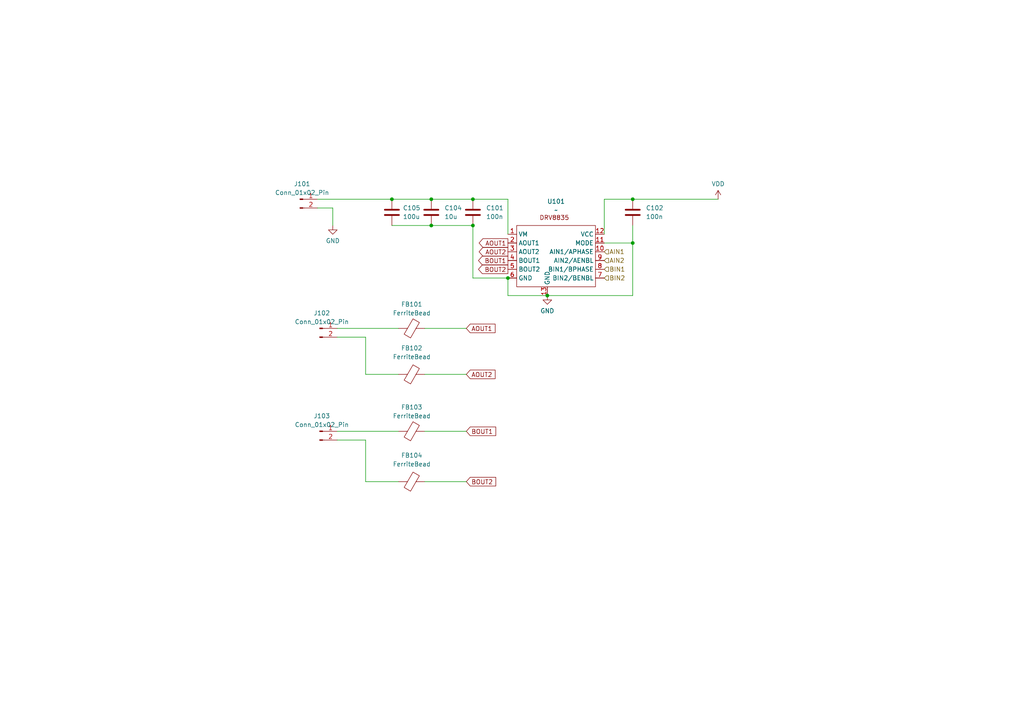
<source format=kicad_sch>
(kicad_sch
	(version 20231120)
	(generator "eeschema")
	(generator_version "8.0")
	(uuid "3e8892a3-c0fc-4849-9e4c-2815d9065301")
	(paper "A4")
	(lib_symbols
		(symbol "Connector:Conn_01x02_Pin"
			(pin_names
				(offset 1.016) hide)
			(exclude_from_sim no)
			(in_bom yes)
			(on_board yes)
			(property "Reference" "J"
				(at 0 2.54 0)
				(effects
					(font
						(size 1.27 1.27)
					)
				)
			)
			(property "Value" "Conn_01x02_Pin"
				(at 0 -5.08 0)
				(effects
					(font
						(size 1.27 1.27)
					)
				)
			)
			(property "Footprint" ""
				(at 0 0 0)
				(effects
					(font
						(size 1.27 1.27)
					)
					(hide yes)
				)
			)
			(property "Datasheet" "~"
				(at 0 0 0)
				(effects
					(font
						(size 1.27 1.27)
					)
					(hide yes)
				)
			)
			(property "Description" "Generic connector, single row, 01x02, script generated"
				(at 0 0 0)
				(effects
					(font
						(size 1.27 1.27)
					)
					(hide yes)
				)
			)
			(property "ki_locked" ""
				(at 0 0 0)
				(effects
					(font
						(size 1.27 1.27)
					)
				)
			)
			(property "ki_keywords" "connector"
				(at 0 0 0)
				(effects
					(font
						(size 1.27 1.27)
					)
					(hide yes)
				)
			)
			(property "ki_fp_filters" "Connector*:*_1x??_*"
				(at 0 0 0)
				(effects
					(font
						(size 1.27 1.27)
					)
					(hide yes)
				)
			)
			(symbol "Conn_01x02_Pin_1_1"
				(polyline
					(pts
						(xy 1.27 -2.54) (xy 0.8636 -2.54)
					)
					(stroke
						(width 0.1524)
						(type default)
					)
					(fill
						(type none)
					)
				)
				(polyline
					(pts
						(xy 1.27 0) (xy 0.8636 0)
					)
					(stroke
						(width 0.1524)
						(type default)
					)
					(fill
						(type none)
					)
				)
				(rectangle
					(start 0.8636 -2.413)
					(end 0 -2.667)
					(stroke
						(width 0.1524)
						(type default)
					)
					(fill
						(type outline)
					)
				)
				(rectangle
					(start 0.8636 0.127)
					(end 0 -0.127)
					(stroke
						(width 0.1524)
						(type default)
					)
					(fill
						(type outline)
					)
				)
				(pin passive line
					(at 5.08 0 180)
					(length 3.81)
					(name "Pin_1"
						(effects
							(font
								(size 1.27 1.27)
							)
						)
					)
					(number "1"
						(effects
							(font
								(size 1.27 1.27)
							)
						)
					)
				)
				(pin passive line
					(at 5.08 -2.54 180)
					(length 3.81)
					(name "Pin_2"
						(effects
							(font
								(size 1.27 1.27)
							)
						)
					)
					(number "2"
						(effects
							(font
								(size 1.27 1.27)
							)
						)
					)
				)
			)
		)
		(symbol "Device:C"
			(pin_numbers hide)
			(pin_names
				(offset 0.254)
			)
			(exclude_from_sim no)
			(in_bom yes)
			(on_board yes)
			(property "Reference" "C"
				(at 0.635 2.54 0)
				(effects
					(font
						(size 1.27 1.27)
					)
					(justify left)
				)
			)
			(property "Value" "C"
				(at 0.635 -2.54 0)
				(effects
					(font
						(size 1.27 1.27)
					)
					(justify left)
				)
			)
			(property "Footprint" ""
				(at 0.9652 -3.81 0)
				(effects
					(font
						(size 1.27 1.27)
					)
					(hide yes)
				)
			)
			(property "Datasheet" "~"
				(at 0 0 0)
				(effects
					(font
						(size 1.27 1.27)
					)
					(hide yes)
				)
			)
			(property "Description" "Unpolarized capacitor"
				(at 0 0 0)
				(effects
					(font
						(size 1.27 1.27)
					)
					(hide yes)
				)
			)
			(property "ki_keywords" "cap capacitor"
				(at 0 0 0)
				(effects
					(font
						(size 1.27 1.27)
					)
					(hide yes)
				)
			)
			(property "ki_fp_filters" "C_*"
				(at 0 0 0)
				(effects
					(font
						(size 1.27 1.27)
					)
					(hide yes)
				)
			)
			(symbol "C_0_1"
				(polyline
					(pts
						(xy -2.032 -0.762) (xy 2.032 -0.762)
					)
					(stroke
						(width 0.508)
						(type default)
					)
					(fill
						(type none)
					)
				)
				(polyline
					(pts
						(xy -2.032 0.762) (xy 2.032 0.762)
					)
					(stroke
						(width 0.508)
						(type default)
					)
					(fill
						(type none)
					)
				)
			)
			(symbol "C_1_1"
				(pin passive line
					(at 0 3.81 270)
					(length 2.794)
					(name "~"
						(effects
							(font
								(size 1.27 1.27)
							)
						)
					)
					(number "1"
						(effects
							(font
								(size 1.27 1.27)
							)
						)
					)
				)
				(pin passive line
					(at 0 -3.81 90)
					(length 2.794)
					(name "~"
						(effects
							(font
								(size 1.27 1.27)
							)
						)
					)
					(number "2"
						(effects
							(font
								(size 1.27 1.27)
							)
						)
					)
				)
			)
		)
		(symbol "Device:FerriteBead"
			(pin_numbers hide)
			(pin_names
				(offset 0)
			)
			(exclude_from_sim no)
			(in_bom yes)
			(on_board yes)
			(property "Reference" "FB"
				(at -3.81 0.635 90)
				(effects
					(font
						(size 1.27 1.27)
					)
				)
			)
			(property "Value" "FerriteBead"
				(at 3.81 0 90)
				(effects
					(font
						(size 1.27 1.27)
					)
				)
			)
			(property "Footprint" ""
				(at -1.778 0 90)
				(effects
					(font
						(size 1.27 1.27)
					)
					(hide yes)
				)
			)
			(property "Datasheet" "~"
				(at 0 0 0)
				(effects
					(font
						(size 1.27 1.27)
					)
					(hide yes)
				)
			)
			(property "Description" "Ferrite bead"
				(at 0 0 0)
				(effects
					(font
						(size 1.27 1.27)
					)
					(hide yes)
				)
			)
			(property "ki_keywords" "L ferrite bead inductor filter"
				(at 0 0 0)
				(effects
					(font
						(size 1.27 1.27)
					)
					(hide yes)
				)
			)
			(property "ki_fp_filters" "Inductor_* L_* *Ferrite*"
				(at 0 0 0)
				(effects
					(font
						(size 1.27 1.27)
					)
					(hide yes)
				)
			)
			(symbol "FerriteBead_0_1"
				(polyline
					(pts
						(xy 0 -1.27) (xy 0 -1.2192)
					)
					(stroke
						(width 0)
						(type default)
					)
					(fill
						(type none)
					)
				)
				(polyline
					(pts
						(xy 0 1.27) (xy 0 1.2954)
					)
					(stroke
						(width 0)
						(type default)
					)
					(fill
						(type none)
					)
				)
				(polyline
					(pts
						(xy -2.7686 0.4064) (xy -1.7018 2.2606) (xy 2.7686 -0.3048) (xy 1.6764 -2.159) (xy -2.7686 0.4064)
					)
					(stroke
						(width 0)
						(type default)
					)
					(fill
						(type none)
					)
				)
			)
			(symbol "FerriteBead_1_1"
				(pin passive line
					(at 0 3.81 270)
					(length 2.54)
					(name "~"
						(effects
							(font
								(size 1.27 1.27)
							)
						)
					)
					(number "1"
						(effects
							(font
								(size 1.27 1.27)
							)
						)
					)
				)
				(pin passive line
					(at 0 -3.81 90)
					(length 2.54)
					(name "~"
						(effects
							(font
								(size 1.27 1.27)
							)
						)
					)
					(number "2"
						(effects
							(font
								(size 1.27 1.27)
							)
						)
					)
				)
			)
		)
		(symbol "WOBCLibrary:DRV8835"
			(exclude_from_sim no)
			(in_bom yes)
			(on_board yes)
			(property "Reference" "U"
				(at 0 11.43 0)
				(effects
					(font
						(size 1.27 1.27)
					)
				)
			)
			(property "Value" ""
				(at -1.27 0 0)
				(effects
					(font
						(size 1.27 1.27)
					)
				)
			)
			(property "Footprint" ""
				(at -1.27 0 0)
				(effects
					(font
						(size 1.27 1.27)
					)
					(hide yes)
				)
			)
			(property "Datasheet" ""
				(at -1.27 0 0)
				(effects
					(font
						(size 1.27 1.27)
					)
					(hide yes)
				)
			)
			(property "Description" ""
				(at -1.27 0 0)
				(effects
					(font
						(size 1.27 1.27)
					)
					(hide yes)
				)
			)
			(symbol "DRV8835_0_1"
				(rectangle
					(start -11.43 6.35)
					(end 11.43 -11.43)
					(stroke
						(width 0)
						(type default)
					)
					(fill
						(type none)
					)
				)
			)
			(symbol "DRV8835_1_1"
				(text "DRV8835"
					(at -0.508 8.636 0)
					(effects
						(font
							(size 1.27 1.27)
						)
					)
				)
				(pin input line
					(at -13.97 3.81 0)
					(length 2.54)
					(name "VM"
						(effects
							(font
								(size 1.27 1.27)
							)
						)
					)
					(number "1"
						(effects
							(font
								(size 1.27 1.27)
							)
						)
					)
				)
				(pin input line
					(at 13.97 -1.27 180)
					(length 2.54)
					(name "AIN1/APHASE"
						(effects
							(font
								(size 1.27 1.27)
							)
						)
					)
					(number "10"
						(effects
							(font
								(size 1.27 1.27)
							)
						)
					)
				)
				(pin input line
					(at 13.97 1.27 180)
					(length 2.54)
					(name "MODE"
						(effects
							(font
								(size 1.27 1.27)
							)
						)
					)
					(number "11"
						(effects
							(font
								(size 1.27 1.27)
							)
						)
					)
				)
				(pin input line
					(at 13.97 3.81 180)
					(length 2.54)
					(name "VCC"
						(effects
							(font
								(size 1.27 1.27)
							)
						)
					)
					(number "12"
						(effects
							(font
								(size 1.27 1.27)
							)
						)
					)
				)
				(pin input line
					(at -2.54 -13.97 90)
					(length 2.54)
					(name "GND"
						(effects
							(font
								(size 1.27 1.27)
							)
						)
					)
					(number "13"
						(effects
							(font
								(size 1.27 1.27)
							)
						)
					)
				)
				(pin output line
					(at -13.97 1.27 0)
					(length 2.54)
					(name "AOUT1"
						(effects
							(font
								(size 1.27 1.27)
							)
						)
					)
					(number "2"
						(effects
							(font
								(size 1.27 1.27)
							)
						)
					)
				)
				(pin output line
					(at -13.97 -1.27 0)
					(length 2.54)
					(name "AOUT2"
						(effects
							(font
								(size 1.27 1.27)
							)
						)
					)
					(number "3"
						(effects
							(font
								(size 1.27 1.27)
							)
						)
					)
				)
				(pin output line
					(at -13.97 -3.81 0)
					(length 2.54)
					(name "BOUT1"
						(effects
							(font
								(size 1.27 1.27)
							)
						)
					)
					(number "4"
						(effects
							(font
								(size 1.27 1.27)
							)
						)
					)
				)
				(pin output line
					(at -13.97 -6.35 0)
					(length 2.54)
					(name "BOUT2"
						(effects
							(font
								(size 1.27 1.27)
							)
						)
					)
					(number "5"
						(effects
							(font
								(size 1.27 1.27)
							)
						)
					)
				)
				(pin input line
					(at -13.97 -8.89 0)
					(length 2.54)
					(name "GND"
						(effects
							(font
								(size 1.27 1.27)
							)
						)
					)
					(number "6"
						(effects
							(font
								(size 1.27 1.27)
							)
						)
					)
				)
				(pin input line
					(at 13.97 -8.89 180)
					(length 2.54)
					(name "BIN2/BENBL"
						(effects
							(font
								(size 1.27 1.27)
							)
						)
					)
					(number "7"
						(effects
							(font
								(size 1.27 1.27)
							)
						)
					)
				)
				(pin input line
					(at 13.97 -6.35 180)
					(length 2.54)
					(name "BIN1/BPHASE"
						(effects
							(font
								(size 1.27 1.27)
							)
						)
					)
					(number "8"
						(effects
							(font
								(size 1.27 1.27)
							)
						)
					)
				)
				(pin input line
					(at 13.97 -3.81 180)
					(length 2.54)
					(name "AIN2/AENBL"
						(effects
							(font
								(size 1.27 1.27)
							)
						)
					)
					(number "9"
						(effects
							(font
								(size 1.27 1.27)
							)
						)
					)
				)
			)
		)
		(symbol "power:GND"
			(power)
			(pin_numbers hide)
			(pin_names
				(offset 0) hide)
			(exclude_from_sim no)
			(in_bom yes)
			(on_board yes)
			(property "Reference" "#PWR"
				(at 0 -6.35 0)
				(effects
					(font
						(size 1.27 1.27)
					)
					(hide yes)
				)
			)
			(property "Value" "GND"
				(at 0 -3.81 0)
				(effects
					(font
						(size 1.27 1.27)
					)
				)
			)
			(property "Footprint" ""
				(at 0 0 0)
				(effects
					(font
						(size 1.27 1.27)
					)
					(hide yes)
				)
			)
			(property "Datasheet" ""
				(at 0 0 0)
				(effects
					(font
						(size 1.27 1.27)
					)
					(hide yes)
				)
			)
			(property "Description" "Power symbol creates a global label with name \"GND\" , ground"
				(at 0 0 0)
				(effects
					(font
						(size 1.27 1.27)
					)
					(hide yes)
				)
			)
			(property "ki_keywords" "global power"
				(at 0 0 0)
				(effects
					(font
						(size 1.27 1.27)
					)
					(hide yes)
				)
			)
			(symbol "GND_0_1"
				(polyline
					(pts
						(xy 0 0) (xy 0 -1.27) (xy 1.27 -1.27) (xy 0 -2.54) (xy -1.27 -1.27) (xy 0 -1.27)
					)
					(stroke
						(width 0)
						(type default)
					)
					(fill
						(type none)
					)
				)
			)
			(symbol "GND_1_1"
				(pin power_in line
					(at 0 0 270)
					(length 0)
					(name "~"
						(effects
							(font
								(size 1.27 1.27)
							)
						)
					)
					(number "1"
						(effects
							(font
								(size 1.27 1.27)
							)
						)
					)
				)
			)
		)
		(symbol "power:VDD"
			(power)
			(pin_numbers hide)
			(pin_names
				(offset 0) hide)
			(exclude_from_sim no)
			(in_bom yes)
			(on_board yes)
			(property "Reference" "#PWR"
				(at 0 -3.81 0)
				(effects
					(font
						(size 1.27 1.27)
					)
					(hide yes)
				)
			)
			(property "Value" "VDD"
				(at 0 3.556 0)
				(effects
					(font
						(size 1.27 1.27)
					)
				)
			)
			(property "Footprint" ""
				(at 0 0 0)
				(effects
					(font
						(size 1.27 1.27)
					)
					(hide yes)
				)
			)
			(property "Datasheet" ""
				(at 0 0 0)
				(effects
					(font
						(size 1.27 1.27)
					)
					(hide yes)
				)
			)
			(property "Description" "Power symbol creates a global label with name \"VDD\""
				(at 0 0 0)
				(effects
					(font
						(size 1.27 1.27)
					)
					(hide yes)
				)
			)
			(property "ki_keywords" "global power"
				(at 0 0 0)
				(effects
					(font
						(size 1.27 1.27)
					)
					(hide yes)
				)
			)
			(symbol "VDD_0_1"
				(polyline
					(pts
						(xy -0.762 1.27) (xy 0 2.54)
					)
					(stroke
						(width 0)
						(type default)
					)
					(fill
						(type none)
					)
				)
				(polyline
					(pts
						(xy 0 0) (xy 0 2.54)
					)
					(stroke
						(width 0)
						(type default)
					)
					(fill
						(type none)
					)
				)
				(polyline
					(pts
						(xy 0 2.54) (xy 0.762 1.27)
					)
					(stroke
						(width 0)
						(type default)
					)
					(fill
						(type none)
					)
				)
			)
			(symbol "VDD_1_1"
				(pin power_in line
					(at 0 0 90)
					(length 0)
					(name "~"
						(effects
							(font
								(size 1.27 1.27)
							)
						)
					)
					(number "1"
						(effects
							(font
								(size 1.27 1.27)
							)
						)
					)
				)
			)
		)
	)
	(junction
		(at 158.75 85.725)
		(diameter 0)
		(color 0 0 0 0)
		(uuid "0084d8a8-1875-41fe-843c-f1dca85197ab")
	)
	(junction
		(at 183.515 70.485)
		(diameter 0)
		(color 0 0 0 0)
		(uuid "15bd8c7f-4f8c-4e08-902d-587d882a9c46")
	)
	(junction
		(at 113.665 57.785)
		(diameter 0)
		(color 0 0 0 0)
		(uuid "22e92262-8dcf-4697-a83f-d04874edb21a")
	)
	(junction
		(at 183.515 57.785)
		(diameter 0)
		(color 0 0 0 0)
		(uuid "7400ee1c-0128-4b08-8fd7-2f5740e15fdf")
	)
	(junction
		(at 125.095 65.405)
		(diameter 0)
		(color 0 0 0 0)
		(uuid "99d3d8f5-b3bb-43db-b82b-81b275abee3d")
	)
	(junction
		(at 137.16 57.785)
		(diameter 0)
		(color 0 0 0 0)
		(uuid "be34d515-338c-4e8c-9a4f-3fa1ffdefd8a")
	)
	(junction
		(at 125.095 57.785)
		(diameter 0)
		(color 0 0 0 0)
		(uuid "deb3b9c0-f14e-4721-b0d5-37e6b7c8b91e")
	)
	(junction
		(at 147.32 80.645)
		(diameter 0)
		(color 0 0 0 0)
		(uuid "dff96c6d-83f6-4d2e-907b-ea450af26f22")
	)
	(junction
		(at 137.16 65.405)
		(diameter 0)
		(color 0 0 0 0)
		(uuid "ea259cf7-a66e-4051-9b0a-e9df1d7e3a98")
	)
	(wire
		(pts
			(xy 183.515 65.405) (xy 183.515 70.485)
		)
		(stroke
			(width 0)
			(type default)
		)
		(uuid "0080fd02-c48d-4ee5-b61f-31d15b2913f5")
	)
	(wire
		(pts
			(xy 92.075 60.325) (xy 96.52 60.325)
		)
		(stroke
			(width 0)
			(type default)
		)
		(uuid "0278e418-e70d-4bf2-8712-0bf6a95abbda")
	)
	(wire
		(pts
			(xy 137.16 65.405) (xy 137.16 80.645)
		)
		(stroke
			(width 0)
			(type default)
		)
		(uuid "08460f01-50d6-482f-a3a9-ae55fc71c37b")
	)
	(wire
		(pts
			(xy 175.26 57.785) (xy 183.515 57.785)
		)
		(stroke
			(width 0)
			(type default)
		)
		(uuid "11c851a4-f778-4811-b183-33d943e7678d")
	)
	(wire
		(pts
			(xy 147.32 67.945) (xy 147.32 57.785)
		)
		(stroke
			(width 0)
			(type default)
		)
		(uuid "1729dc7e-289b-49f7-ba13-cbeef0fccab4")
	)
	(wire
		(pts
			(xy 115.57 108.585) (xy 106.045 108.585)
		)
		(stroke
			(width 0)
			(type default)
		)
		(uuid "1aa3c354-6264-4296-a3b5-458db7eed03b")
	)
	(wire
		(pts
			(xy 183.515 85.725) (xy 158.75 85.725)
		)
		(stroke
			(width 0)
			(type default)
		)
		(uuid "1b4df296-0022-4ab3-93b9-67c6a308558c")
	)
	(wire
		(pts
			(xy 175.26 67.945) (xy 175.26 57.785)
		)
		(stroke
			(width 0)
			(type default)
		)
		(uuid "296ffef8-8b16-4f8d-8f4b-f5be40bc7363")
	)
	(wire
		(pts
			(xy 96.52 60.325) (xy 96.52 65.405)
		)
		(stroke
			(width 0)
			(type default)
		)
		(uuid "2a7f4812-a09f-46df-998c-c2937adeeb07")
	)
	(wire
		(pts
			(xy 123.19 108.585) (xy 135.255 108.585)
		)
		(stroke
			(width 0)
			(type default)
		)
		(uuid "2c6599dd-784c-4aa5-9267-9e7740926a04")
	)
	(wire
		(pts
			(xy 106.045 97.79) (xy 97.79 97.79)
		)
		(stroke
			(width 0)
			(type default)
		)
		(uuid "304fbaa5-03a5-480d-8eaa-0048cb4a20ab")
	)
	(wire
		(pts
			(xy 137.16 80.645) (xy 147.32 80.645)
		)
		(stroke
			(width 0)
			(type default)
		)
		(uuid "348b78d3-670b-41ea-af79-23fa18215eb8")
	)
	(wire
		(pts
			(xy 113.665 57.785) (xy 125.095 57.785)
		)
		(stroke
			(width 0)
			(type default)
		)
		(uuid "38ba5766-387f-4000-a738-91925ca7f90f")
	)
	(wire
		(pts
			(xy 97.79 127.635) (xy 106.045 127.635)
		)
		(stroke
			(width 0)
			(type default)
		)
		(uuid "52c21596-1f81-4fc7-b3d3-b6d30e762f8c")
	)
	(wire
		(pts
			(xy 123.19 125.095) (xy 135.255 125.095)
		)
		(stroke
			(width 0)
			(type default)
		)
		(uuid "54c9cff2-cb05-4de2-8f05-f3e49ec40431")
	)
	(wire
		(pts
			(xy 183.515 57.785) (xy 208.28 57.785)
		)
		(stroke
			(width 0)
			(type default)
		)
		(uuid "5fc7d401-68f2-4d23-99f8-8512393624b3")
	)
	(wire
		(pts
			(xy 147.32 80.645) (xy 147.32 85.725)
		)
		(stroke
			(width 0)
			(type default)
		)
		(uuid "66455520-fa85-4f81-87b0-c5db51201add")
	)
	(wire
		(pts
			(xy 123.19 95.25) (xy 135.255 95.25)
		)
		(stroke
			(width 0)
			(type default)
		)
		(uuid "6c62e6f0-fb62-42d0-8ecd-d22b87ea8d26")
	)
	(wire
		(pts
			(xy 125.095 65.405) (xy 137.16 65.405)
		)
		(stroke
			(width 0)
			(type default)
		)
		(uuid "6e8dbaaa-0d1c-441e-9258-641495b2a255")
	)
	(wire
		(pts
			(xy 97.79 125.095) (xy 115.57 125.095)
		)
		(stroke
			(width 0)
			(type default)
		)
		(uuid "73242b5f-e115-4e15-a3e5-7db050ec2342")
	)
	(wire
		(pts
			(xy 106.045 127.635) (xy 106.045 139.7)
		)
		(stroke
			(width 0)
			(type default)
		)
		(uuid "80b7b02b-c9a5-472f-8941-f7740e8cfad4")
	)
	(wire
		(pts
			(xy 92.075 57.785) (xy 113.665 57.785)
		)
		(stroke
			(width 0)
			(type default)
		)
		(uuid "88655508-d67f-4fb7-8cb1-c27502b0d9d4")
	)
	(wire
		(pts
			(xy 97.79 95.25) (xy 115.57 95.25)
		)
		(stroke
			(width 0)
			(type default)
		)
		(uuid "b7c029e2-27e8-42a5-874f-2b6b7a3e817f")
	)
	(wire
		(pts
			(xy 183.515 70.485) (xy 183.515 85.725)
		)
		(stroke
			(width 0)
			(type default)
		)
		(uuid "bd572604-851e-4e92-a5a5-30fc21cc5b28")
	)
	(wire
		(pts
			(xy 106.045 139.7) (xy 115.57 139.7)
		)
		(stroke
			(width 0)
			(type default)
		)
		(uuid "c3d684e6-3147-4ca8-8742-59751225d0de")
	)
	(wire
		(pts
			(xy 113.665 65.405) (xy 125.095 65.405)
		)
		(stroke
			(width 0)
			(type default)
		)
		(uuid "cc8337ca-5f85-41e7-b5bc-d7eb0e54dbb6")
	)
	(wire
		(pts
			(xy 147.32 85.725) (xy 158.75 85.725)
		)
		(stroke
			(width 0)
			(type default)
		)
		(uuid "da7de2d4-86c1-43b3-ba1d-b7c2f02fd8c0")
	)
	(wire
		(pts
			(xy 123.19 139.7) (xy 135.255 139.7)
		)
		(stroke
			(width 0)
			(type default)
		)
		(uuid "e2e8bf61-06d0-4a87-8941-95e11c454844")
	)
	(wire
		(pts
			(xy 106.045 108.585) (xy 106.045 97.79)
		)
		(stroke
			(width 0)
			(type default)
		)
		(uuid "e963ca07-33a9-4a13-bcb2-803e7c8b00bb")
	)
	(wire
		(pts
			(xy 147.32 57.785) (xy 137.16 57.785)
		)
		(stroke
			(width 0)
			(type default)
		)
		(uuid "f4d3de30-3736-4273-b324-8ff877c4fc5c")
	)
	(wire
		(pts
			(xy 125.095 57.785) (xy 137.16 57.785)
		)
		(stroke
			(width 0)
			(type default)
		)
		(uuid "fd1b0c91-d8e1-4929-8834-2af2b10c07e2")
	)
	(wire
		(pts
			(xy 175.26 70.485) (xy 183.515 70.485)
		)
		(stroke
			(width 0)
			(type default)
		)
		(uuid "feafb019-1bbf-46ba-b0db-7b0aca964655")
	)
	(global_label "AOUT1"
		(shape output)
		(at 147.32 70.485 180)
		(fields_autoplaced yes)
		(effects
			(font
				(size 1.27 1.27)
			)
			(justify right)
		)
		(uuid "0f5567c9-863f-4fe0-8fad-49b22e17f9b0")
		(property "Intersheetrefs" "${INTERSHEET_REFS}"
			(at 138.4081 70.485 0)
			(effects
				(font
					(size 1.27 1.27)
				)
				(justify right)
				(hide yes)
			)
		)
	)
	(global_label "BOUT1"
		(shape input)
		(at 135.255 125.095 0)
		(fields_autoplaced yes)
		(effects
			(font
				(size 1.27 1.27)
			)
			(justify left)
		)
		(uuid "2d99b6cb-028b-46e4-9e1a-6e16a7abe547")
		(property "Intersheetrefs" "${INTERSHEET_REFS}"
			(at 144.3483 125.095 0)
			(effects
				(font
					(size 1.27 1.27)
				)
				(justify left)
				(hide yes)
			)
		)
	)
	(global_label "BOUT2"
		(shape output)
		(at 147.32 78.105 180)
		(fields_autoplaced yes)
		(effects
			(font
				(size 1.27 1.27)
			)
			(justify right)
		)
		(uuid "62d332f7-a337-4778-93ce-8c575603920d")
		(property "Intersheetrefs" "${INTERSHEET_REFS}"
			(at 138.2267 78.105 0)
			(effects
				(font
					(size 1.27 1.27)
				)
				(justify right)
				(hide yes)
			)
		)
	)
	(global_label "BOUT1"
		(shape output)
		(at 147.32 75.565 180)
		(fields_autoplaced yes)
		(effects
			(font
				(size 1.27 1.27)
			)
			(justify right)
		)
		(uuid "a867f5fd-fc30-439e-9e65-1dc2a9c7c5d2")
		(property "Intersheetrefs" "${INTERSHEET_REFS}"
			(at 138.2267 75.565 0)
			(effects
				(font
					(size 1.27 1.27)
				)
				(justify right)
				(hide yes)
			)
		)
	)
	(global_label "AOUT2"
		(shape input)
		(at 135.255 108.585 0)
		(fields_autoplaced yes)
		(effects
			(font
				(size 1.27 1.27)
			)
			(justify left)
		)
		(uuid "c71705b0-2df6-403a-9c6d-23d21cb09179")
		(property "Intersheetrefs" "${INTERSHEET_REFS}"
			(at 144.1669 108.585 0)
			(effects
				(font
					(size 1.27 1.27)
				)
				(justify left)
				(hide yes)
			)
		)
	)
	(global_label "AOUT2"
		(shape output)
		(at 147.32 73.025 180)
		(fields_autoplaced yes)
		(effects
			(font
				(size 1.27 1.27)
			)
			(justify right)
		)
		(uuid "d0a47670-911f-41a8-be15-4a91e77b266c")
		(property "Intersheetrefs" "${INTERSHEET_REFS}"
			(at 138.4081 73.025 0)
			(effects
				(font
					(size 1.27 1.27)
				)
				(justify right)
				(hide yes)
			)
		)
	)
	(global_label "AOUT1"
		(shape input)
		(at 135.255 95.25 0)
		(fields_autoplaced yes)
		(effects
			(font
				(size 1.27 1.27)
			)
			(justify left)
		)
		(uuid "e999c42e-4757-4c9f-bd8e-48ea1309a9d3")
		(property "Intersheetrefs" "${INTERSHEET_REFS}"
			(at 144.1669 95.25 0)
			(effects
				(font
					(size 1.27 1.27)
				)
				(justify left)
				(hide yes)
			)
		)
	)
	(global_label "BOUT2"
		(shape input)
		(at 135.255 139.7 0)
		(fields_autoplaced yes)
		(effects
			(font
				(size 1.27 1.27)
			)
			(justify left)
		)
		(uuid "fef36608-8123-4039-a097-47b802ee00b8")
		(property "Intersheetrefs" "${INTERSHEET_REFS}"
			(at 144.3483 139.7 0)
			(effects
				(font
					(size 1.27 1.27)
				)
				(justify left)
				(hide yes)
			)
		)
	)
	(hierarchical_label "AIN2"
		(shape input)
		(at 175.26 75.565 0)
		(fields_autoplaced yes)
		(effects
			(font
				(size 1.27 1.27)
			)
			(justify left)
		)
		(uuid "0c1321f1-02b7-4e6b-9d29-688b353118dc")
	)
	(hierarchical_label "AIN1"
		(shape input)
		(at 175.26 73.025 0)
		(fields_autoplaced yes)
		(effects
			(font
				(size 1.27 1.27)
			)
			(justify left)
		)
		(uuid "b5136d66-dab9-4c4e-9b3f-95ccd27b25aa")
	)
	(hierarchical_label "BIN1"
		(shape input)
		(at 175.26 78.105 0)
		(fields_autoplaced yes)
		(effects
			(font
				(size 1.27 1.27)
			)
			(justify left)
		)
		(uuid "c412638a-36f9-411c-a995-c36519e2b08e")
	)
	(hierarchical_label "BIN2"
		(shape input)
		(at 175.26 80.645 0)
		(fields_autoplaced yes)
		(effects
			(font
				(size 1.27 1.27)
			)
			(justify left)
		)
		(uuid "d3ffc8c4-35c5-4e65-bf3e-863260928f59")
	)
	(symbol
		(lib_id "Device:C")
		(at 183.515 61.595 0)
		(unit 1)
		(exclude_from_sim no)
		(in_bom yes)
		(on_board yes)
		(dnp no)
		(fields_autoplaced yes)
		(uuid "29397a3e-f666-41ac-b088-30c997c3ded7")
		(property "Reference" "C102"
			(at 187.325 60.3249 0)
			(effects
				(font
					(size 1.27 1.27)
				)
				(justify left)
			)
		)
		(property "Value" "100n"
			(at 187.325 62.8649 0)
			(effects
				(font
					(size 1.27 1.27)
				)
				(justify left)
			)
		)
		(property "Footprint" "Capacitor_SMD:C_0402_1005Metric"
			(at 184.4802 65.405 0)
			(effects
				(font
					(size 1.27 1.27)
				)
				(hide yes)
			)
		)
		(property "Datasheet" "~"
			(at 183.515 61.595 0)
			(effects
				(font
					(size 1.27 1.27)
				)
				(hide yes)
			)
		)
		(property "Description" "Unpolarized capacitor"
			(at 183.515 61.595 0)
			(effects
				(font
					(size 1.27 1.27)
				)
				(hide yes)
			)
		)
		(pin "1"
			(uuid "c0c36639-e58d-4064-92ae-d30b65cb4d59")
		)
		(pin "2"
			(uuid "9df7dc0b-4af4-4d42-8e90-2d38574c9175")
		)
		(instances
			(project "Drive"
				(path "/3e8892a3-c0fc-4849-9e4c-2815d9065301"
					(reference "C102")
					(unit 1)
				)
			)
		)
	)
	(symbol
		(lib_id "Connector:Conn_01x02_Pin")
		(at 92.71 125.095 0)
		(unit 1)
		(exclude_from_sim no)
		(in_bom yes)
		(on_board yes)
		(dnp no)
		(fields_autoplaced yes)
		(uuid "30e1c4e5-862f-4975-8459-ab67260373f3")
		(property "Reference" "J103"
			(at 93.345 120.65 0)
			(effects
				(font
					(size 1.27 1.27)
				)
			)
		)
		(property "Value" "Conn_01x02_Pin"
			(at 93.345 123.19 0)
			(effects
				(font
					(size 1.27 1.27)
				)
			)
		)
		(property "Footprint" "Connector_JST:JST_XA_S02B-XASK-1N-BN_1x02_P2.50mm_Horizontal"
			(at 92.71 125.095 0)
			(effects
				(font
					(size 1.27 1.27)
				)
				(hide yes)
			)
		)
		(property "Datasheet" "~"
			(at 92.71 125.095 0)
			(effects
				(font
					(size 1.27 1.27)
				)
				(hide yes)
			)
		)
		(property "Description" "Generic connector, single row, 01x02, script generated"
			(at 92.71 125.095 0)
			(effects
				(font
					(size 1.27 1.27)
				)
				(hide yes)
			)
		)
		(pin "1"
			(uuid "19be8f91-de9e-446e-83a6-d7c5ce72b3c3")
		)
		(pin "2"
			(uuid "d115bed1-37ed-411b-b1fe-99b8e94d12f3")
		)
		(instances
			(project "Drive"
				(path "/3e8892a3-c0fc-4849-9e4c-2815d9065301"
					(reference "J103")
					(unit 1)
				)
			)
		)
	)
	(symbol
		(lib_id "Device:C")
		(at 125.095 61.595 0)
		(unit 1)
		(exclude_from_sim no)
		(in_bom yes)
		(on_board yes)
		(dnp no)
		(fields_autoplaced yes)
		(uuid "3352f287-97cc-40bc-b2a3-150666f6e1e0")
		(property "Reference" "C104"
			(at 128.905 60.3249 0)
			(effects
				(font
					(size 1.27 1.27)
				)
				(justify left)
			)
		)
		(property "Value" "10u"
			(at 128.905 62.8649 0)
			(effects
				(font
					(size 1.27 1.27)
				)
				(justify left)
			)
		)
		(property "Footprint" "Capacitor_SMD:C_0603_1608Metric"
			(at 126.0602 65.405 0)
			(effects
				(font
					(size 1.27 1.27)
				)
				(hide yes)
			)
		)
		(property "Datasheet" "~"
			(at 125.095 61.595 0)
			(effects
				(font
					(size 1.27 1.27)
				)
				(hide yes)
			)
		)
		(property "Description" "Unpolarized capacitor"
			(at 125.095 61.595 0)
			(effects
				(font
					(size 1.27 1.27)
				)
				(hide yes)
			)
		)
		(pin "1"
			(uuid "fb85e0b2-642b-4928-8cde-fbe9554c8962")
		)
		(pin "2"
			(uuid "945baf35-6e16-433a-b5eb-055064f1c7f1")
		)
		(instances
			(project "Drive"
				(path "/3e8892a3-c0fc-4849-9e4c-2815d9065301"
					(reference "C104")
					(unit 1)
				)
			)
		)
	)
	(symbol
		(lib_id "power:GND")
		(at 96.52 65.405 0)
		(unit 1)
		(exclude_from_sim no)
		(in_bom yes)
		(on_board yes)
		(dnp no)
		(fields_autoplaced yes)
		(uuid "36383774-005a-4eff-ab31-2d8ff62b5516")
		(property "Reference" "#PWR0101"
			(at 96.52 71.755 0)
			(effects
				(font
					(size 1.27 1.27)
				)
				(hide yes)
			)
		)
		(property "Value" "GND"
			(at 96.52 69.85 0)
			(effects
				(font
					(size 1.27 1.27)
				)
			)
		)
		(property "Footprint" ""
			(at 96.52 65.405 0)
			(effects
				(font
					(size 1.27 1.27)
				)
				(hide yes)
			)
		)
		(property "Datasheet" ""
			(at 96.52 65.405 0)
			(effects
				(font
					(size 1.27 1.27)
				)
				(hide yes)
			)
		)
		(property "Description" "Power symbol creates a global label with name \"GND\" , ground"
			(at 96.52 65.405 0)
			(effects
				(font
					(size 1.27 1.27)
				)
				(hide yes)
			)
		)
		(pin "1"
			(uuid "dee4149e-029c-4d22-a76f-0124088f7a2f")
		)
		(instances
			(project ""
				(path "/3e8892a3-c0fc-4849-9e4c-2815d9065301"
					(reference "#PWR0101")
					(unit 1)
				)
			)
		)
	)
	(symbol
		(lib_id "Connector:Conn_01x02_Pin")
		(at 92.71 95.25 0)
		(unit 1)
		(exclude_from_sim no)
		(in_bom yes)
		(on_board yes)
		(dnp no)
		(fields_autoplaced yes)
		(uuid "3b2d14dd-a14f-4ccb-9177-51006e397e9c")
		(property "Reference" "J102"
			(at 93.345 90.805 0)
			(effects
				(font
					(size 1.27 1.27)
				)
			)
		)
		(property "Value" "Conn_01x02_Pin"
			(at 93.345 93.345 0)
			(effects
				(font
					(size 1.27 1.27)
				)
			)
		)
		(property "Footprint" "Connector_JST:JST_XA_S02B-XASK-1N-BN_1x02_P2.50mm_Horizontal"
			(at 92.71 95.25 0)
			(effects
				(font
					(size 1.27 1.27)
				)
				(hide yes)
			)
		)
		(property "Datasheet" "~"
			(at 92.71 95.25 0)
			(effects
				(font
					(size 1.27 1.27)
				)
				(hide yes)
			)
		)
		(property "Description" "Generic connector, single row, 01x02, script generated"
			(at 92.71 95.25 0)
			(effects
				(font
					(size 1.27 1.27)
				)
				(hide yes)
			)
		)
		(pin "1"
			(uuid "401d3fd0-873c-4c88-87b2-54285e5ca246")
		)
		(pin "2"
			(uuid "badadaa4-c2cc-426f-9d1f-f9becfba5e3e")
		)
		(instances
			(project "Drive"
				(path "/3e8892a3-c0fc-4849-9e4c-2815d9065301"
					(reference "J102")
					(unit 1)
				)
			)
		)
	)
	(symbol
		(lib_id "Device:FerriteBead")
		(at 119.38 108.585 270)
		(unit 1)
		(exclude_from_sim no)
		(in_bom yes)
		(on_board yes)
		(dnp no)
		(fields_autoplaced yes)
		(uuid "4044a801-f228-4af9-bf53-f52c032c5667")
		(property "Reference" "FB102"
			(at 119.4308 100.965 90)
			(effects
				(font
					(size 1.27 1.27)
				)
			)
		)
		(property "Value" "FerriteBead"
			(at 119.4308 103.505 90)
			(effects
				(font
					(size 1.27 1.27)
				)
			)
		)
		(property "Footprint" "Inductor_SMD:L_0402_1005Metric"
			(at 119.38 106.807 90)
			(effects
				(font
					(size 1.27 1.27)
				)
				(hide yes)
			)
		)
		(property "Datasheet" "~"
			(at 119.38 108.585 0)
			(effects
				(font
					(size 1.27 1.27)
				)
				(hide yes)
			)
		)
		(property "Description" "Ferrite bead"
			(at 119.38 108.585 0)
			(effects
				(font
					(size 1.27 1.27)
				)
				(hide yes)
			)
		)
		(pin "2"
			(uuid "1f8f73a5-e196-4372-a469-2394154e0e4f")
		)
		(pin "1"
			(uuid "e8fd5e86-efc2-40f3-a639-3c4b3447a702")
		)
		(instances
			(project "Drive"
				(path "/3e8892a3-c0fc-4849-9e4c-2815d9065301"
					(reference "FB102")
					(unit 1)
				)
			)
		)
	)
	(symbol
		(lib_id "Connector:Conn_01x02_Pin")
		(at 86.995 57.785 0)
		(unit 1)
		(exclude_from_sim no)
		(in_bom yes)
		(on_board yes)
		(dnp no)
		(fields_autoplaced yes)
		(uuid "4d8bb273-666b-45d5-8643-9fe7f1f747f1")
		(property "Reference" "J101"
			(at 87.63 53.34 0)
			(effects
				(font
					(size 1.27 1.27)
				)
			)
		)
		(property "Value" "Conn_01x02_Pin"
			(at 87.63 55.88 0)
			(effects
				(font
					(size 1.27 1.27)
				)
			)
		)
		(property "Footprint" "Connector_JST:JST_XA_B02B-XASK-1_1x02_P2.50mm_Vertical"
			(at 86.995 57.785 0)
			(effects
				(font
					(size 1.27 1.27)
				)
				(hide yes)
			)
		)
		(property "Datasheet" "~"
			(at 86.995 57.785 0)
			(effects
				(font
					(size 1.27 1.27)
				)
				(hide yes)
			)
		)
		(property "Description" "Generic connector, single row, 01x02, script generated"
			(at 86.995 57.785 0)
			(effects
				(font
					(size 1.27 1.27)
				)
				(hide yes)
			)
		)
		(pin "1"
			(uuid "11ee0146-f7f1-4886-bced-0209dc053ec8")
		)
		(pin "2"
			(uuid "162f387d-4b7b-4803-a0ef-c71c56b033d4")
		)
		(instances
			(project ""
				(path "/3e8892a3-c0fc-4849-9e4c-2815d9065301"
					(reference "J101")
					(unit 1)
				)
			)
		)
	)
	(symbol
		(lib_id "Device:FerriteBead")
		(at 119.38 139.7 270)
		(unit 1)
		(exclude_from_sim no)
		(in_bom yes)
		(on_board yes)
		(dnp no)
		(fields_autoplaced yes)
		(uuid "5acf0198-ce6f-4488-8bf1-ab3aa7ac064a")
		(property "Reference" "FB104"
			(at 119.4308 132.08 90)
			(effects
				(font
					(size 1.27 1.27)
				)
			)
		)
		(property "Value" "FerriteBead"
			(at 119.4308 134.62 90)
			(effects
				(font
					(size 1.27 1.27)
				)
			)
		)
		(property "Footprint" "Inductor_SMD:L_0402_1005Metric"
			(at 119.38 137.922 90)
			(effects
				(font
					(size 1.27 1.27)
				)
				(hide yes)
			)
		)
		(property "Datasheet" "~"
			(at 119.38 139.7 0)
			(effects
				(font
					(size 1.27 1.27)
				)
				(hide yes)
			)
		)
		(property "Description" "Ferrite bead"
			(at 119.38 139.7 0)
			(effects
				(font
					(size 1.27 1.27)
				)
				(hide yes)
			)
		)
		(pin "2"
			(uuid "266a625d-5027-4d70-8985-b8851a312597")
		)
		(pin "1"
			(uuid "573cf1fe-e856-402c-bc71-f744790c8132")
		)
		(instances
			(project "Drive"
				(path "/3e8892a3-c0fc-4849-9e4c-2815d9065301"
					(reference "FB104")
					(unit 1)
				)
			)
		)
	)
	(symbol
		(lib_id "Device:FerriteBead")
		(at 119.38 95.25 270)
		(unit 1)
		(exclude_from_sim no)
		(in_bom yes)
		(on_board yes)
		(dnp no)
		(fields_autoplaced yes)
		(uuid "65d4edb5-4c50-43ca-bd6b-357159cbc75f")
		(property "Reference" "FB101"
			(at 119.4308 88.265 90)
			(effects
				(font
					(size 1.27 1.27)
				)
			)
		)
		(property "Value" "FerriteBead"
			(at 119.4308 90.805 90)
			(effects
				(font
					(size 1.27 1.27)
				)
			)
		)
		(property "Footprint" "Inductor_SMD:L_0402_1005Metric"
			(at 119.38 93.472 90)
			(effects
				(font
					(size 1.27 1.27)
				)
				(hide yes)
			)
		)
		(property "Datasheet" "~"
			(at 119.38 95.25 0)
			(effects
				(font
					(size 1.27 1.27)
				)
				(hide yes)
			)
		)
		(property "Description" "Ferrite bead"
			(at 119.38 95.25 0)
			(effects
				(font
					(size 1.27 1.27)
				)
				(hide yes)
			)
		)
		(pin "2"
			(uuid "28d8a698-ddc3-4dbe-98c2-524879328ed4")
		)
		(pin "1"
			(uuid "ca0b7ba0-a900-4c48-bcd1-a682d4cc10c7")
		)
		(instances
			(project ""
				(path "/3e8892a3-c0fc-4849-9e4c-2815d9065301"
					(reference "FB101")
					(unit 1)
				)
			)
		)
	)
	(symbol
		(lib_id "Device:C")
		(at 137.16 61.595 0)
		(unit 1)
		(exclude_from_sim no)
		(in_bom yes)
		(on_board yes)
		(dnp no)
		(fields_autoplaced yes)
		(uuid "7a6ae9f8-9c06-43ff-a88f-381cb3acf3dc")
		(property "Reference" "C101"
			(at 140.97 60.3249 0)
			(effects
				(font
					(size 1.27 1.27)
				)
				(justify left)
			)
		)
		(property "Value" "100n"
			(at 140.97 62.8649 0)
			(effects
				(font
					(size 1.27 1.27)
				)
				(justify left)
			)
		)
		(property "Footprint" "Capacitor_SMD:C_0402_1005Metric"
			(at 138.1252 65.405 0)
			(effects
				(font
					(size 1.27 1.27)
				)
				(hide yes)
			)
		)
		(property "Datasheet" "~"
			(at 137.16 61.595 0)
			(effects
				(font
					(size 1.27 1.27)
				)
				(hide yes)
			)
		)
		(property "Description" "Unpolarized capacitor"
			(at 137.16 61.595 0)
			(effects
				(font
					(size 1.27 1.27)
				)
				(hide yes)
			)
		)
		(pin "1"
			(uuid "50c2f81e-dac9-41f6-b508-0f9b30d4c320")
		)
		(pin "2"
			(uuid "ab1113ea-256f-462f-a081-f8945b9da1d0")
		)
		(instances
			(project ""
				(path "/3e8892a3-c0fc-4849-9e4c-2815d9065301"
					(reference "C101")
					(unit 1)
				)
			)
		)
	)
	(symbol
		(lib_id "Device:FerriteBead")
		(at 119.38 125.095 270)
		(unit 1)
		(exclude_from_sim no)
		(in_bom yes)
		(on_board yes)
		(dnp no)
		(fields_autoplaced yes)
		(uuid "7cc29145-ba31-49d9-ae73-524396f547fd")
		(property "Reference" "FB103"
			(at 119.4308 118.11 90)
			(effects
				(font
					(size 1.27 1.27)
				)
			)
		)
		(property "Value" "FerriteBead"
			(at 119.4308 120.65 90)
			(effects
				(font
					(size 1.27 1.27)
				)
			)
		)
		(property "Footprint" "Inductor_SMD:L_0402_1005Metric"
			(at 119.38 123.317 90)
			(effects
				(font
					(size 1.27 1.27)
				)
				(hide yes)
			)
		)
		(property "Datasheet" "~"
			(at 119.38 125.095 0)
			(effects
				(font
					(size 1.27 1.27)
				)
				(hide yes)
			)
		)
		(property "Description" "Ferrite bead"
			(at 119.38 125.095 0)
			(effects
				(font
					(size 1.27 1.27)
				)
				(hide yes)
			)
		)
		(pin "2"
			(uuid "75be3bc0-dd38-4415-995a-da8e475dd408")
		)
		(pin "1"
			(uuid "c7d5aff1-a0dc-40fa-a627-76ec3c7822c7")
		)
		(instances
			(project "Drive"
				(path "/3e8892a3-c0fc-4849-9e4c-2815d9065301"
					(reference "FB103")
					(unit 1)
				)
			)
		)
	)
	(symbol
		(lib_id "power:VDD")
		(at 208.28 57.785 0)
		(unit 1)
		(exclude_from_sim no)
		(in_bom yes)
		(on_board yes)
		(dnp no)
		(fields_autoplaced yes)
		(uuid "95db1071-0807-48e6-9c7e-28dfcab88161")
		(property "Reference" "#PWR0103"
			(at 208.28 61.595 0)
			(effects
				(font
					(size 1.27 1.27)
				)
				(hide yes)
			)
		)
		(property "Value" "VDD"
			(at 208.28 53.34 0)
			(effects
				(font
					(size 1.27 1.27)
				)
			)
		)
		(property "Footprint" ""
			(at 208.28 57.785 0)
			(effects
				(font
					(size 1.27 1.27)
				)
				(hide yes)
			)
		)
		(property "Datasheet" ""
			(at 208.28 57.785 0)
			(effects
				(font
					(size 1.27 1.27)
				)
				(hide yes)
			)
		)
		(property "Description" "Power symbol creates a global label with name \"VDD\""
			(at 208.28 57.785 0)
			(effects
				(font
					(size 1.27 1.27)
				)
				(hide yes)
			)
		)
		(pin "1"
			(uuid "ff0bbef9-9444-41b0-ab70-6541e5ac0d96")
		)
		(instances
			(project ""
				(path "/3e8892a3-c0fc-4849-9e4c-2815d9065301"
					(reference "#PWR0103")
					(unit 1)
				)
			)
		)
	)
	(symbol
		(lib_id "power:GND")
		(at 158.75 85.725 0)
		(unit 1)
		(exclude_from_sim no)
		(in_bom yes)
		(on_board yes)
		(dnp no)
		(fields_autoplaced yes)
		(uuid "d9df505d-1a77-47d3-af0f-b9b952260ad3")
		(property "Reference" "#PWR0102"
			(at 158.75 92.075 0)
			(effects
				(font
					(size 1.27 1.27)
				)
				(hide yes)
			)
		)
		(property "Value" "GND"
			(at 158.75 90.17 0)
			(effects
				(font
					(size 1.27 1.27)
				)
			)
		)
		(property "Footprint" ""
			(at 158.75 85.725 0)
			(effects
				(font
					(size 1.27 1.27)
				)
				(hide yes)
			)
		)
		(property "Datasheet" ""
			(at 158.75 85.725 0)
			(effects
				(font
					(size 1.27 1.27)
				)
				(hide yes)
			)
		)
		(property "Description" "Power symbol creates a global label with name \"GND\" , ground"
			(at 158.75 85.725 0)
			(effects
				(font
					(size 1.27 1.27)
				)
				(hide yes)
			)
		)
		(pin "1"
			(uuid "0d857b58-d6fe-42b0-9f3c-0bdc04d1d147")
		)
		(instances
			(project ""
				(path "/3e8892a3-c0fc-4849-9e4c-2815d9065301"
					(reference "#PWR0102")
					(unit 1)
				)
			)
		)
	)
	(symbol
		(lib_id "WOBCLibrary:DRV8835")
		(at 161.29 71.755 0)
		(unit 1)
		(exclude_from_sim no)
		(in_bom yes)
		(on_board yes)
		(dnp no)
		(fields_autoplaced yes)
		(uuid "db5ebd52-270d-462a-b523-0079631d2e0e")
		(property "Reference" "U101"
			(at 161.29 58.42 0)
			(effects
				(font
					(size 1.27 1.27)
				)
			)
		)
		(property "Value" "~"
			(at 161.29 60.96 0)
			(effects
				(font
					(size 1.27 1.27)
				)
			)
		)
		(property "Footprint" "WOBCLibrary:SON50P300X200X80-13N"
			(at 160.02 71.755 0)
			(effects
				(font
					(size 1.27 1.27)
				)
				(hide yes)
			)
		)
		(property "Datasheet" ""
			(at 160.02 71.755 0)
			(effects
				(font
					(size 1.27 1.27)
				)
				(hide yes)
			)
		)
		(property "Description" ""
			(at 160.02 71.755 0)
			(effects
				(font
					(size 1.27 1.27)
				)
				(hide yes)
			)
		)
		(pin "12"
			(uuid "e049bffb-733d-4ec4-9a1b-a17a58753152")
		)
		(pin "10"
			(uuid "e1b6e622-eac8-4ed7-8235-f0588e761ea5")
		)
		(pin "2"
			(uuid "323de1a3-5962-41ca-8473-f0f88be42012")
		)
		(pin "4"
			(uuid "de2d6671-e4e1-4ce0-8984-57f577d3f47f")
		)
		(pin "3"
			(uuid "38b75b59-3960-4636-9c54-b96f2d49e025")
		)
		(pin "1"
			(uuid "81f34763-ebd6-4868-87a5-fe3e913e830c")
		)
		(pin "8"
			(uuid "343bd481-defb-44d2-8f9e-55ed84c05715")
		)
		(pin "9"
			(uuid "1d1b33a5-29e8-48a5-a75d-5728787256a1")
		)
		(pin "5"
			(uuid "19db6022-fd7d-4ced-8ed2-76ae8c226a03")
		)
		(pin "11"
			(uuid "ea6a6b8c-aa4f-4cc1-bbf3-49ac512563e6")
		)
		(pin "6"
			(uuid "af4968a3-80f9-4cc7-81e0-d3644f343daa")
		)
		(pin "13"
			(uuid "22352af7-48fa-41ba-ab62-c7ae92ba496d")
		)
		(pin "7"
			(uuid "753ab571-e987-46b2-8d5a-45b915454563")
		)
		(instances
			(project ""
				(path "/3e8892a3-c0fc-4849-9e4c-2815d9065301"
					(reference "U101")
					(unit 1)
				)
			)
		)
	)
	(symbol
		(lib_id "Device:C")
		(at 113.665 61.595 0)
		(unit 1)
		(exclude_from_sim no)
		(in_bom yes)
		(on_board yes)
		(dnp no)
		(fields_autoplaced yes)
		(uuid "e27bbb9d-09ca-43ee-bbff-f6fa0ed18c9d")
		(property "Reference" "C105"
			(at 116.84 60.3249 0)
			(effects
				(font
					(size 1.27 1.27)
				)
				(justify left)
			)
		)
		(property "Value" "100u"
			(at 116.84 62.8649 0)
			(effects
				(font
					(size 1.27 1.27)
				)
				(justify left)
			)
		)
		(property "Footprint" "Capacitor_SMD:C_1206_3216Metric"
			(at 114.6302 65.405 0)
			(effects
				(font
					(size 1.27 1.27)
				)
				(hide yes)
			)
		)
		(property "Datasheet" "~"
			(at 113.665 61.595 0)
			(effects
				(font
					(size 1.27 1.27)
				)
				(hide yes)
			)
		)
		(property "Description" "Unpolarized capacitor"
			(at 113.665 61.595 0)
			(effects
				(font
					(size 1.27 1.27)
				)
				(hide yes)
			)
		)
		(pin "2"
			(uuid "c655ae38-d7c2-4dca-8323-500c15eb717d")
		)
		(pin "1"
			(uuid "957831d9-f70a-4c4d-a814-b29ae990b56a")
		)
		(instances
			(project ""
				(path "/3e8892a3-c0fc-4849-9e4c-2815d9065301"
					(reference "C105")
					(unit 1)
				)
			)
		)
	)
	(sheet_instances
		(path "/"
			(page "1")
		)
	)
)

</source>
